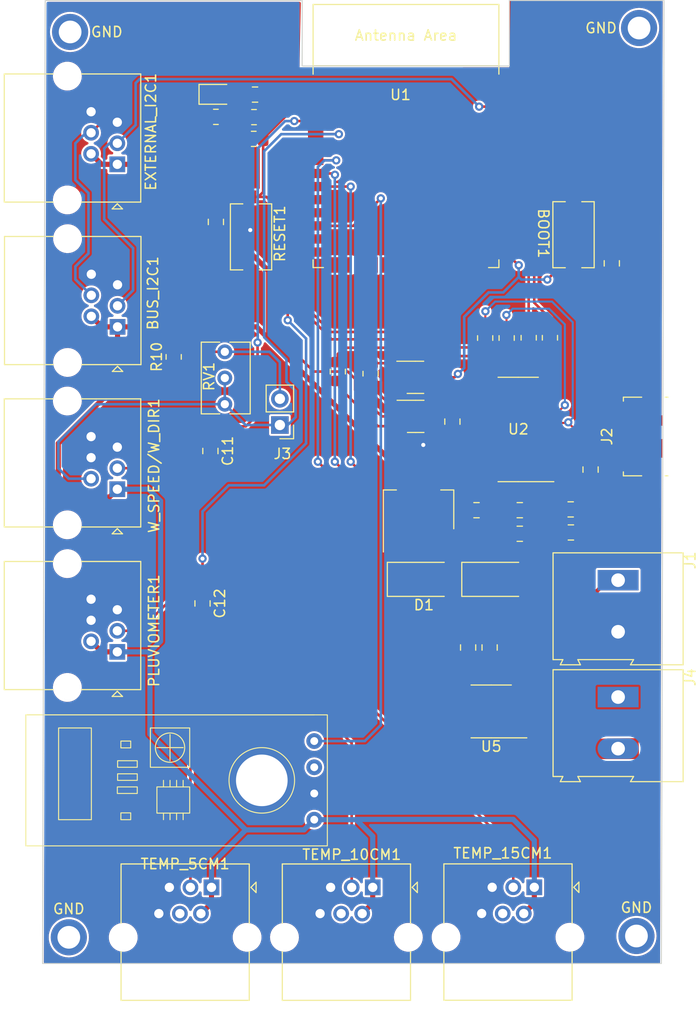
<source format=kicad_pcb>
(kicad_pcb (version 20221018) (generator pcbnew)
  (layers (0 "F.Cu" signal) (31 "B.Cu" signal) (34 "B.Paste" user) (35 "F.Paste" user) (36 "B.SilkS" user "B.Silkscreen") (37 "F.SilkS" user "F.Silkscreen") (38 "B.Mask" user) (39 "F.Mask" user) (44 "Edge.Cuts" user))
  (net 0 "")
  (net 1 "GND")
  (net 2 "Net-(U2-V3)")
  (net 3 "/+5V")
  (net 4 "/+3v3")
  (net 5 "/GPIO0")
  (net 6 "/CHIP_PU")
  (net 7 "/V_EXT")
  (net 8 "/VUSB")
  (net 9 "Net-(D3-A)")
  (net 10 "/D-")
  (net 11 "/D+")
  (net 13 "Net-(Q1-B)")
  (net 14 "/RST")
  (net 15 "Net-(Q2-B)")
  (net 16 "/DTR")
  (net 17 "Net-(U2-TXD)")
  (net 18 "/U0RXD")
  (net 19 "Net-(U2-RXD)")
  (net 20 "/U0TXD")
  (net 21 "Net-(U1-3V3)")
  (net 22 "/GPIO20")
  (net 23 "/GPIO19")
  (net 24 "/GPIO04")
  (net 25 "/GPIO05")
  (net 26 "/GPIO17")
  (net 27 "/GPIO18")
  (net 28 "/GPIO08")
  (net 29 "/GPIO03")
  (net 30 "/GPIO49")
  (net 31 "/GPIO09")
  (net 32 "/GPIO10")
  (net 33 "/GPIO11")
  (net 34 "/GPIO12")
  (net 35 "/GPIO13")
  (net 36 "/GPIO14")
  (net 37 "/GPIO21")
  (net 38 "/GPIO47")
  (net 39 "/GPIO48")
  (net 40 "/GPIO45")
  (net 41 "/GPIO35")
  (net 42 "/GPIO36")
  (net 43 "/GPIO37")
  (net 44 "/GPIO38")
  (net 45 "/GPIO39")
  (net 46 "/GPIO40")
  (net 47 "/GPIO41")
  (net 48 "/GPIO42")
  (net 49 "/GPIO02")
  (net 50 "/GPIO01")
  (net 59 "Net-(J3-Pin_2)")
  (net 60 "/DSB_SIGNAL01")
  (net 62 "/DSB_SIGNAL02")
  (net 64 "/DSB_SIGNAL03")
  (net 66 "/GPIO06")
  (net 67 "Net-(U5-FILTER)")
  (net 69 "/+P")
  (net 70 "/-P")
  (footprint "Package_TO_SOT_SMD:SOT-223-3_TabPin2" (layer "F.Cu") (at 105.8926 69.2912 90)
    (fp_text reference "U3" hide)
    (fp_text value "3v3 1A" hide)
  )
  (footprint "Diode_SMD:D_SMA" (layer "F.Cu") (at 113.5888 76.0476)
    (fp_text reference "D2" hide)
    (fp_text value "D_Schottky" hide)
  )
  (footprint "LED_SMD:LED_0805_2012Metric" (layer "F.Cu") (at 86.3092 29.0322)
    (fp_text reference "D3" hide)
    (fp_text value "RED_LED" hide)
  )
  (footprint "Resistor_SMD:R_0805_2012Metric" (layer "F.Cu") (at 82.169 54.483 90)
    (fp_text reference "R10")
    (fp_text value "20K")
  )
  (footprint "MountingHole:MountingHole_2.2mm_M2_ISO7380_Pad" (layer "F.Cu") (at 127 110.617)
    (fp_text reference "GND")
    (fp_text value "MountingHole_2.2mm_M2_ISO7380_Pad" hide)
  )
  (footprint "MountingHole:MountingHole_2.2mm_M2_ISO7380_Pad" (layer "F.Cu") (at 72.009 110.744)
    (fp_text reference "GND")
    (fp_text value "MountingHole_2.2mm_M2_ISO7380_Pad" hide)
  )
  (footprint "Connector_RJ:RJ25_Wayconn_MJEA-660X1_Horizontal" (layer "F.Cu") (at 76.708 83.074 -90)
    (fp_text reference "PLUVIOMETER1")
    (fp_text value "PLUVIOMETER")
  )
  (footprint "Capacitor_SMD:C_0805_2012Metric_Pad1.18x1.45mm_HandSolder" (layer "F.Cu") (at 124.6124 45.4152 -90)
    (fp_text reference "C6" hide)
    (fp_text value "0.1uF" hide)
  )
  (footprint "Connector_RJ:RJ25_Wayconn_MJEA-660X1_Horizontal" (layer "F.Cu") (at 85.831 105.904)
    (fp_text reference "TEMP_5CM1")
    (fp_text value "PLUVIOMETER")
  )
  (footprint "PCM_Espressif:ESP32-S3-WROOM-1" (layer "F.Cu") (at 104.6734 36.0748)
    (fp_text reference "U1")
    (fp_text value "ESP32-S3-WROOM-1")
  )
  (footprint "Capacitor_SMD:C_0805_2012Metric_Pad1.18x1.45mm_HandSolder" (layer "F.Cu") (at 90.0508 29.0576 180)
    (fp_text reference "C8" hide)
    (fp_text value "0.1uF" hide)
  )
  (footprint "ESTACION:SIG2991" (layer "F.Cu") (at 97.055 101.881 90)
    (fp_text reference "U4" hide)
    (fp_text value "~" hide)
  )
  (footprint "Resistor_SMD:R_0805_2012Metric" (layer "F.Cu") (at 118.618 52.6288 90)
    (fp_text reference "R2" hide)
    (fp_text value "1K" hide)
  )
  (footprint "Package_TO_SOT_SMD:SOT-23-3" (layer "F.Cu") (at 105.6132 60.2488)
    (fp_text reference "Q1" hide)
    (fp_text value "Q_NPN_BEC" hide)
  )
  (footprint "Button_Switch_SMD:SW_Tactile_SPST_NO_Straight_CK_PTS636Sx25SMTRLFS" (layer "F.Cu") (at 89.662 42.8498 90)
    (fp_text reference "RESET1")
    (fp_text value "RESET")
  )
  (footprint "Resistor_SMD:R_0805_2012Metric" (layer "F.Cu") (at 101.2444 56.1086 -90)
    (fp_text reference "R4" hide)
    (fp_text value "10K" hide)
  )
  (footprint "Connector_USB:USB_Micro-B_Molex_47346-0001" (layer "F.Cu") (at 127.444 62.2 90)
    (fp_text reference "J2")
    (fp_text value "USB_B_Micro" hide)
  )
  (footprint "MountingHole:MountingHole_2.2mm_M2_ISO7380_Pad" (layer "F.Cu") (at 72.136 22.987)
    (fp_text reference "GND")
    (fp_text value "MountingHole_2.2mm_M2_ISO7380_Pad" hide)
  )
  (footprint "Connector_RJ:RJ25_Wayconn_MJEA-660X1_Horizontal" (layer "F.Cu") (at 76.73 51.572 -90)
    (fp_text reference "BUS_I2C1")
    (fp_text value "SEN0501" hide)
  )
  (footprint "Resistor_SMD:R_0805_2012Metric" (layer "F.Cu") (at 114.427 52.6542 90)
    (fp_text reference "R9" hide)
    (fp_text value "0R" hide)
  )
  (footprint "Capacitor_SMD:C_0805_2012Metric_Pad1.18x1.45mm_HandSolder" (layer "F.Cu") (at 109.1692 60.7568 90)
    (fp_text reference "C7" hide)
    (fp_text value "0.1uF" hide)
  )
  (footprint "Button_Switch_SMD:SW_Tactile_SPST_NO_Straight_CK_PTS636Sx25SMTRLFS" (layer "F.Cu") (at 120.904 42.64 -90)
    (fp_text reference "BOOT1")
    (fp_text value "BOOT")
  )
  (footprint "Capacitor_SMD:C_0805_2012Metric_Pad1.18x1.45mm_HandSolder" (layer "F.Cu") (at 85.725 63.6055 -90)
    (fp_text reference "C11")
    (fp_text value "0.1uF")
  )
  (footprint "Connector_RJ:RJ25_Wayconn_MJEA-660X1_Horizontal" (layer "F.Cu") (at 101.452 105.904)
    (fp_text reference "TEMP_10CM1")
    (fp_text value "PLUVIOMETER")
  )
  (footprint "Resistor_SMD:R_0805_2012Metric" (layer "F.Cu") (at 98.0694 55.9054 90)
    (fp_text reference "R5" hide)
    (fp_text value "10K" hide)
  )
  (footprint "Connector_RJ:RJ25_Wayconn_MJEA-660X1_Horizontal" (layer "F.Cu") (at 76.708 67.31 -90)
    (fp_text reference "W_SPEED/W_DIR1")
    (fp_text value "WIND" hide)
  )
  (footprint "Package_SO:SOIC-16_3.9x9.9mm_P1.27mm" (layer "F.Cu") (at 115.5446 61.5188 180)
    (fp_text reference "U2")
    (fp_text value "CH340C" hide)
  )
  (footprint "Capacitor_SMD:C_0805_2012Metric_Pad1.18x1.45mm_HandSolder" (layer "F.Cu") (at 115.697 69.342 180)
    (fp_text reference "C4" hide)
    (fp_text value "0.1uF" hide)
  )
  (footprint "Connector_PinHeader_2.54mm:PinHeader_1x02_P2.54mm_Vertical" (layer "F.Cu") (at 92.456 61.087 180)
    (fp_text reference "J3")
    (fp_text value "CON TEST")
  )
  (footprint "Capacitor_SMD:C_0805_2012Metric_Pad1.18x1.45mm_HandSolder" (layer "F.Cu") (at 110.6932 82.6516 90)
    (fp_text reference "C13" hide)
    (fp_text value "0.1uF")
  )
  (footprint "Capacitor_SMD:C_0805_2012Metric_Pad1.18x1.45mm_HandSolder" (layer "F.Cu") (at 112.776 82.6516 -90)
    (fp_text reference "C14" hide)
    (fp_text value "1nF")
  )
  (footprint "Resistor_SMD:R_0805_2012Metric" (layer "F.Cu") (at 89.9238 33.3502 180)
    (fp_text reference "R7" hide)
    (fp_text value "10K" hide)
  )
  (footprint "Package_TO_SOT_SMD:SOT-23-3" (layer "F.Cu") (at 105.5878 56.4642)
    (fp_text reference "Q2" hide)
    (fp_text value "Q_NPN_BEC" hide)
  )
  (footprint "Resistor_SMD:R_0805_2012Metric" (layer "F.Cu") (at 86.2584 31.2166 180)
    (fp_text reference "R3" hide)
    (fp_text value "1K" hide)
  )
  (footprint "Capacitor_SMD:C_0805_2012Metric_Pad1.18x1.45mm_HandSolder" (layer "F.Cu") (at 120.65 71.501 180)
    (fp_text reference "C3" hide)
    (fp_text value "0.1uF" hide)
  )
  (footprint "Potentiometer_THT:Potentiometer_Bourns_3266Y_Vertical" (layer "F.Cu") (at 87.122 53.99 90)
    (fp_text reference "RV1")
    (fp_text value "5K")
  )
  (footprint "Resistor_SMD:R_0805_2012Metric" (layer "F.Cu") (at 112.3442 52.6542 90)
    (fp_text reference "R8" hide)
    (fp_text value "0R" hide)
  )
  (footprint "Resistor_SMD:R_0805_2012Metric" (layer "F.Cu") (at 116.5606 52.6288 90)
    (fp_text reference "R1" hide)
    (fp_text value "1K" hide)
  )
  (footprint "Resistor_SMD:R_0805_2012Metric" (layer "F.Cu") (at 89.9492 31.242)
    (fp_text reference "R6" hide)
    (fp_text value "0R" hide)
  )
  (footprint "Capacitor_SMD:C_0805_2012Metric_Pad1.18x1.45mm_HandSolder" (layer "F.Cu") (at 84.963 78.3805 -90)
    (fp_text reference "C12")
    (fp_text value "0.1uF")
  )
  (footprint "Diode_SMD:D_SMA" (layer "F.Cu") (at 106.3752 76.0476)
    (fp_text reference "D1")
    (fp_text value "D_Schottky" hide)
  )
  (footprint "MountingHole:MountingHole_2.2mm_M2_ISO7380_Pad" (layer "F.Cu") (at 127.254 22.606)
    (fp_text reference "GND")
    (fp_text value "MountingHole_2.2mm_M2_ISO7380_Pad" hide)
  )
  (footprint "Capacitor_SMD:C_0805_2012Metric_Pad1.18x1.45mm_HandSolder" (layer "F.Cu") (at 111.506 69.342)
    (fp_text reference "C9" hide)
    (fp_text value "10uF" hide)
  )
  (footprint "Capacitor_SMD:C_0805_2012Metric_Pad1.18x1.45mm_HandSolder" (layer "F.Cu") (at 120.6285 69.2658 180)
    (fp_text reference "C2" hide)
    (fp_text value "10uF" hide)
  )
  (footprint "Capacitor_SMD:C_0805_2012Metric_Pad1.18x1.45mm_HandSolder" (layer "F.Cu") (at 122.555 65.405 90)
    (fp_text reference "C1" hide)
    (fp_text value "0.1uF" hide)
  )
  (footprint "Package_SO:SOIC-8_3.9x4.9mm_P1.27mm" (layer "F.Cu") (at 112.9284 88.8492 180)
    (fp_text reference "U5")
    (fp_text value "ACS712")
  )
  (footprint "Connector_RJ:RJ25_Wayconn_MJEA-660X1_Horizontal" (layer "F.Cu") (at 117.104 105.896)
    (fp_text reference "TEMP_15CM1")
    (fp_text value "PLUVIOMETER")
  )
  (footprint "TerminalBlock:TerminalBlock_Altech_AK300-2_P5.00mm" (layer "F.Cu") (at 125.222 87.4558 -90)
    (fp_text reference "J4")
    (fp_text value "INPUT_EXT")
  )
  (footprint "Connector_RJ:RJ25_Wayconn_MJEA-660X1_Horizontal" (layer "F.Cu") (at 76.708 35.818 -90)
    (fp_text reference "EXTERNAL_I2C1")
    (fp_text value "EXTENDER I2C" hide)
  )
  (footprint "Capacitor_SMD:C_0805_2012Metric_Pad1.18x1.45mm_HandSolder" (layer "F.Cu") (at 115.697 71.628 180)
    (fp_text reference "C5" hide)
    (fp_text value "10uF" hide)
  )
  (footprint "TerminalBlock:TerminalBlock_Altech_AK300-2_P5.00mm" (layer "F.Cu") (at 125.222 76.1274 -90)
    (fp_text reference "J1")
    (fp_text value "INPUT_EXT" hide)
  )
  (footprint "Capacitor_SMD:C_0805_2012Metric_Pad1.18x1.45mm_HandSolder" (layer "F.Cu") (at 86.2584 41.402 90)
    (fp_text reference "C10" hide)
    (fp_text value "1uF" hide)
  )
  (gr_poly (pts (xy 69.723 19.939) (xy 94.615 19.939) (xy 94.615 26.289) (xy 114.681 26.289) (xy 114.681 19.939) (xy 129.667 19.939) (xy 129.413 113.284) (xy 69.469 113.284)) (stroke (width 0.1)) (fill none) (layer "Edge.Cuts"))
  (segment (start 74.168 77.974) (end 75.688 77.974) (width 0.25) (layer "F.Cu") (net 1))
  (segment (start 75.688 77.974) (end 76.708 78.994) (width 0.25) (layer "F.Cu") (net 1))
  (via (at 89.5858 42.1894) (size 0.8) (drill 0.4) (layers "F.Cu" "B.Cu") (net 1))
  (via (at 106.3498 63.0174) (size 0.8) (drill 0.4) (layers "F.Cu" "B.Cu") (net 1))
  (segment (start 118.0196 62.1538) (end 120.0912 62.1538) (width 0.25) (layer "F.Cu") (net 2))
  (segment (start 122.3049 64.3675) (end 122.555 64.3675) (width 0.25) (layer "F.Cu") (net 2))
  (segment (start 120.0912 62.1538) (end 122.3049 64.3675) (width 0.25) (layer "F.Cu") (net 2))
  (segment (start 107.3912 89.2048) (end 107.3912 82.4484) (width 0.6) (layer "F.Cu") (net 3))
  (segment (start 111.5888 78.0984) (end 111.5888 76.0476) (width 0.6) (layer "F.Cu") (net 3))
  (segment (start 110.6932 81.6141) (end 110.6932 78.994) (width 0.6) (layer "F.Cu") (net 3))
  (segment (start 108.9406 90.7542) (end 107.3912 89.2048) (width 0.6) (layer "F.Cu") (net 3))
  (segment (start 119.6125 69.2873) (end 119.591 69.2658) (width 0.5) (layer "F.Cu") (net 3))
  (segment (start 108.1926 72.4412) (end 108.7764 73.025) (width 0.5) (layer "F.Cu") (net 3))
  (segment (start 104.3752 80.3976) (end 105.5917 81.6141) (width 0.6) (layer "F.Cu") (net 3))
  (segment (start 118.364 73.3552) (end 119.6125 72.1067) (width 0.6) (layer "F.Cu") (net 3))
  (segment (start 104.394 76.0288) (end 104.394 74.93) (width 0.6) (layer "F.Cu") (net 3))
  (segment (start 107.3912 82.4484) (end 108.2255 81.6141) (width 0.6) (layer "F.Cu") (net 3))
  (segment (start 109.1066 73.3552) (end 118.364 73.3552) (width 0.6) (layer "F.Cu") (net 3))
  (segment (start 109.2415 81.6141) (end 110.6932 81.6141) (width 0.6) (layer "F.Cu") (net 3))
  (segment (start 110.4534 90.7542) (end 108.9406 90.7542) (width 0.6) (layer "F.Cu") (net 3))
  (segment (start 104.902 74.422) (end 107.3404 74.422) (width 0.6) (layer "F.Cu") (net 3))
  (segment (start 107.3404 74.422) (end 108.1926 73.5698) (width 0.6) (layer "F.Cu") (net 3))
  (segment (start 105.5917 81.6141) (end 109.2415 81.6141) (width 0.6) (layer "F.Cu") (net 3))
  (segment (start 104.3752 76.0476) (end 104.394 76.0288) (width 0.25) (layer "F.Cu") (net 3))
  (segment (start 119.6125 71.501) (end 119.6125 69.2873) (width 0.5) (layer "F.Cu") (net 3))
  (segment (start 104.3752 76.0476) (end 104.3752 80.3976) (width 0.6) (layer "F.Cu") (net 3))
  (segment (start 108.7764 73.025) (end 109.1066 73.3552) (width 0.6) (layer "F.Cu") (net 3))
  (segment (start 119.6125 72.1067) (end 119.6125 71.501) (width 0.6) (layer "F.Cu") (net 3))
  (segment (start 108.2255 81.6141) (end 109.2415 81.6141) (width 0.6) (layer "F.Cu") (net 3))
  (segment (start 110.6932 78.994) (end 111.5888 78.0984) (width 0.6) (layer "F.Cu") (net 3))
  (segment (start 104.394 74.93) (end 104.902 74.422) (width 0.6) (layer "F.Cu") (net 3))
  (segment (start 108.1926 73.5698) (end 108.1926 72.4412) (width 0.6) (layer "F.Cu") (net 3))
  (segment (start 116.084 108.436) (end 117.104 107.416) (width 0.5) (layer "F.Cu") (net 4))
  (segment (start 76.708 83.074) (end 75.188 83.074) (width 0.5) (layer "F.Cu") (net 4))
  (segment (start 76.708 35.818) (end 75.188 35.818) (width 0.5) (layer "F.Cu") (net 4))
  (segment (start 89.0113 33.3502) (end 89.0113 37.1505) (width 0.5) (layer "F.Cu") (net 4))
  (segment (start 112.5435 66.4899) (end 113.0696 65.9638) (width 0.3) (layer "F.Cu") (net 4))
  (segment (start 89.0367 31.242) (end 89.0367 33.3248) (width 0.5) (layer "F.Cu") (net 4))
  (segment (start 76.708 35.818) (end 82.046 35.818) (width 0.5) (layer "F.Cu") (net 4))
  (segment (start 105.8926 66.1412) (end 104.7746 66.1412) (width 0.25) (layer "F.Cu") (net 4))
  (segment (start 104.7746 66.1412) (end 91.3638 52.7304) (width 0.5) (layer "F.Cu") (net 4))
  (segment (start 82.046 35.818) (end 84.7852 38.5572) (width 0.5) (layer "F.Cu") (net 4))
  (segment (start 90.2054 51.572) (end 91.3638 52.7304) (width 0.5) (layer "F.Cu") (net 4))
  (segment (start 89.0113 37.1505) (end 88.1126 38.0492) (width 0.5) (layer "F.Cu") (net 4))
  (segment (start 89.0133 31.2186) (end 89.0367 31.242) (width 0.25) (layer "F.Cu") (net 4))
  (segment (start 112.5435 69.342) (end 114.6595 69.342) (width 0.5) (layer "F.Cu") (net 4))
  (segment (start 75.188 35.818) (end 74.168 34.798) (width 0.5) (layer "F.Cu") (net 4))
  (segment (start 75.946 68.072) (end 72.644 68.072) (width 0.5) (layer "F.Cu") (net 4))
  (segment (start 112.5435 69.342) (end 112.5435 66.4899) (width 0.3) (layer "F.Cu") (net 4))
  (segment (start 88.1126 38.0492) (end 85.2932 38.0492) (width 0.5) (layer "F.Cu") (net 4))
  (segment (start 84.7852 43.4086) (end 85.598 44.2214) (width 0.5) (layer "F.Cu") (net 4))
  (segment (start 75.188 83.074) (end 74.168 82.054) (width 0.5) (layer "F.Cu") (net 4))
  (segment (start 101.452 107.424) (end 101.452 105.904) (width 0.5) (layer "F.Cu") (net 4))
  (segment (start 114.6595 71.628) (end 114.6595 69.342) (width 0.5) (layer "F.Cu") (net 4))
  (segment (start 85.598 44.2214) (end 89.4334 44.2214) (width 0.5) (layer "F.Cu") (net 4))
  (segment (start 76.708 67.31) (end 75.946 68.072) (width 0.5) (layer "F.Cu") (net 4))
  (segment (start 89.4334 44.2214) (end 91.3638 46.1518) (width 0.5) (layer "F.Cu") (net 4))
  (segment (start 76.73 51.572) (end 90.2054 51.572) (width 0.5) (layer "F.Cu") (net 4))
  (segment (start 89.0133 29.0576) (end 89.0133 31.2186) (width 0.5) (layer "F.Cu") (net 4))
  (segment (start 85.831 107.424) (end 85.831 105.904) (width 0.5) (layer "F.Cu") (net 4))
  (segment (start 105.8926 72.4412) (end 105.8926 66.1412) (width 0.25) (layer "F.Cu") (net 4))
  (segment (start 76.73 57.128) (end 76.73 51.572) (width 0.5) (layer "F.Cu") (net 4))
  (segment (start 100.432 108.444) (end 101.452 107.424) (width 0.5) (layer "F.Cu") (net 4))
  (segment (start 113.0188 65.913) (end 113.0696 65.9638) (width 0.25) (layer "F.Cu") (net 4))
  (segment (start 80.1705 51.572) (end 76.73 51.572) (width 0.25) (layer "F.Cu") (net 4))
  (segment (start 110.998 65.913) (end 113.0188 65.913) (width 0.3) (layer "F.Cu") (net 4))
  (segment (start 75.21 51.572) (end 74.19 50.552) (width 0.5) (layer "F.Cu") (net 4))
  (segment (start 82.169 53.5705) (end 80.1705 51.572) (width 0.25) (layer "F.Cu") (net 4))
  (segment (start 105.8926 66.1412) (end 110.7698 66.1412) (width 0.3) (layer "F.Cu") (net 4))
  (segment (start 110.7698 66.1412) (end 110.998 65.913) (width 0.3) (layer "F.Cu") (net 4))
  (segment (start 84.811 108.444) (end 85.831 107.424) (width 0.5) (layer "F.Cu") (net 4))
  (segment (start 84.7852 38.5572) (end 84.7852 43.4086) (width 0.5) (layer "F.Cu") (net 4))
  (segment (start 70.993 66.421) (end 70.993 62.865) (width 0.5) (layer "F.Cu") (net 4))
  (segment (start 76.73 51.572) (end 75.21 51.572) (width 0.5) (layer "F.Cu") (net 4))
  (segment (start 89.0367 33.3248) (end 89.0113 33.3502) (width 0.25) (layer "F.Cu") (net 4))
  (segment (start 117.104 107.416) (end 117.104 105.896) (width 0.5) (layer "F.Cu") (net 4))
  (segment (start 70.993 62.865) (end 76.73 57.128) (width 0.5) (layer "F.Cu") (net 4))
  (segment (start 72.644 68.072) (end 70.993 66.421) (width 0.5) (layer "F.Cu") (net 4))
  (segment (start 91.3638 46.1518) (end 91.3638 52.7304) (width 0.5) (layer "F.Cu") (net 4))
  (segment (start 85.2932 38.0492) (end 84.7852 38.5572) (width 0.5) (layer "F.Cu") (net 4))
  (segment (start 79.867 91.043) (end 89.154 100.33) (width 0.5) (layer "B.Cu") (net 4))
  (segment (start 99.849 99.341) (end 95.785 99.341) (width 0.5) (layer "B.Cu") (net 4))
  (segment (start 79.756 67.31) (end 76.708 67.31) (width 0.5) (layer "B.Cu") (net 4))
  (segment (start 99.849 99.341) (end 99.876 99.314) (width 0.25) (layer "B.Cu") (net 4))
  (segment (start 76.708 83.074) (end 79.867 83.074) (width 0.5) (layer "B.Cu") (net 4))
  (segment (start 79.867 83.074) (end 79.867 91.043) (width 0.5) (layer "B.Cu") (net 4))
  (segment (start 89.154 100.33) (end 94.796 100.33) (width 0.5) (layer "B.Cu") (net 4))
  (segment (start 79.867 83.074) (end 80.899 82.042) (width 0.5) (layer "B.Cu") (net 4))
  (segment (start 80.899 68.453) (end 79.756 67.31) (width 0.5) (layer "B.Cu") (net 4))
  (segment (start 94.796 100.33) (end 95.785 99.341) (width 0.5) (layer "B.Cu") (net 4))
  (segment (start 101.452 100.944) (end 99.849 99.341) (width 0.5) (layer "B.Cu") (net 4))
  (segment (start 117.104 101.356) (end 117.104 105.896) (width 0.5) (layer "B.Cu") (net 4))
  (segment (start 99.876 99.314) (end 115.062 99.314) (width 0.5) (layer "B.Cu") (net 4))
  (segment (start 115.062 99.314) (end 117.104 101.356) (width 0.5) (layer "B.Cu") (net 4))
  (segment (start 80.899 82.042) (end 80.899 68.453) (width 0.5) (layer "B.Cu") (net 4))
  (segment (start 101.452 105.904) (end 101.452 100.944) (width 0.5) (layer "B.Cu") (net 4))
  (segment (start 85.831 105.904) (end 85.831 103.653) (width 0.5) (layer "B.Cu") (net 4))
  (segment (start 85.831 103.653) (end 89.154 100.33) (width 0.5) (layer "B.Cu") (net 4))
  (segment (start 115.5954 45.6184) (end 115.57 45.593) (width 0.25) (layer "F.Cu") (net 5))
  (segment (start 113.4234 44.3248) (end 114.3018 44.3248) (width 0.25) (layer "F.Cu") (net 5))
  (segment (start 115.5954 45.593) (end 115.5954 45.6184) (width 0.25) (layer "F.Cu") (net 5))
  (segment (start 124.5323 46.5328) (end 124.6124 46.4527) (width 0.25) (layer "F.Cu") (net 5))
  (segment (start 115.57 45.593) (end 115.5954 45.593) (width 0.25) (layer "F.Cu") (net 5))
  (segment (start 109.3724 56.4642) (end 106.7253 56.4642) (width 0.25) (layer "F.Cu") (net 5))
  (segment (start 118.8212 46.5328) (end 124.5323 46.5328) (width 0.25) (layer "F.Cu") (net 5))
  (segment (start 114.3018 44.3248) (end 115.57 45.593) (width 0.25) (layer "F.Cu") (net 5))
  (segment (start 118.364 46.99) (end 118.8212 46.5328) (width 0.25) (layer "F.Cu") (net 5))
  (segment (start 109.7026 56.134) (end 109.3724 56.4642) (width 0.25) (layer "F.Cu") (net 5))
  (via (at 115.5954 45.593) (size 0.8) (drill 0.4) (layers "F.Cu" "B.Cu") (net 5))
  (via (at 118.364 46.99) (size 0.8) (drill 0.4) (layers "F.Cu" "B.Cu") (net 5))
  (via (at 109.7026 56.134) (size 0.8) (drill 0.4) (layers "F.Cu" "B.Cu") (net 5))
  (segment (start 112.6744 48.2346) (end 114.0968 48.2346) (width 0.25) (layer "B.Cu") (net 5))
  (segment (start 114.0968 48.2346) (end 115.5954 46.736) (width 0.25) (layer "B.Cu") (net 5))
  (segment (start 115.5954 46.736) (end 115.5954 45.593) (width 0.25) (layer "B.Cu") (net 5))
  (segment (start 109.7026 56.134) (end 109.728 56.134) (width 0.25) (layer "B.Cu") (net 5))
  (segment (start 118.364 46.99) (end 115.8494 46.99) (width 0.25) (layer "B.Cu") (net 5))
  (segment (start 110.3122 55.5498) (end 110.3122 50.5968) (width 0.25) (layer "B.Cu") (net 5))
  (segment (start 115.8494 46.99) (end 115.5954 46.736) (width 0.25) (layer "B.Cu") (net 5))
  (segment (start 110.3122 50.5968) (end 112.6744 48.2346) (width 0.25) (layer "B.Cu") (net 5))
  (segment (start 109.728 56.134) (end 110.3122 55.5498) (width 0.25) (layer "B.Cu") (net 5))
  (segment (start 92.202 52.3748) (end 95.7326 55.9054) (width 0.25) (layer "F.Cu") (net 6))
  (segment (start 90.8363 38.5005) (end 90.8363 33.3502) (width 0.25) (layer "F.Cu") (net 6))
  (segment (start 109.1692 59.7193) (end 109.6225 59.7193) (width 0.25) (layer "F.Cu") (net 6))
  (segment (start 99.7458 57.6834) (end 102.3112 60.2488) (width 0.25) (layer "F.Cu") (net 6))
  (segment (start 90.8363 33.0416) (end 90.8363 33.3502) (width 0.25) (layer "F.Cu") (net 6))
  (segment (start 90.8363 33.3502) (end 90.8363 33.2505) (width 0.25) (layer "F.Cu") (net 6))
  (segment (start 90.9301 33.2505) (end 93.8258 30.3548) (width 0.25) (layer "F.Cu") (net 6))
  (segment (start 86.614 40.3645) (end 88.0037 38.9748) (width 0.25) (layer "F.Cu") (net 6))
  (segment (start 95.7326 55.9054) (end 99.0346 55.9054) (width 0.25) (layer "F.Cu") (net 6))
  (segment (start 99.0346 55.9054) (end 99.7458 56.6166) (width 0.25) (layer "F.Cu") (net 6))
  (segment (start 91.1464 38.9748) (end 92.202 40.0304) (width 0.25) (layer "F.Cu") (net 6))
  (segment (start 106.7507 60.2488) (end 108.6397 60.2488) (width 0.25) (layer "F.Cu") (net 6))
  (segment (start 90.362 38.9748) (end 90.8363 38.5005) (width 0.25) (layer "F.Cu") (net 6))
  (segment (start 88.0037 38.9748) (end 89.9238 38.9748) (width 0.25) (layer "F.Cu") (net 6))
  (segment (start 93.8258 30.3548) (end 95.9234 30.3548) (width 0.25) (layer "F.Cu") (net 6))
  (segment (start 99.7458 56.6166) (end 99.7458 57.6834) (width 0.25) (layer "F.Cu") (net 6))
  (segment (start 89.9238 38.9748) (end 90.362 38.9748) (width 0.25) (layer "F.Cu") (net 6))
  (segment (start 102.3112 60.2488) (end 106.7507 60.2488) (width 0.25) (layer "F.Cu") (net 6))
  (segment (start 108.6397 60.2488) (end 109.1692 59.7193) (width 0.25) (layer "F.Cu") (net 6))
  (segment (start 92.202 40.0304) (end 92.202 52.3748) (width 0.25) (layer "F.Cu") (net 6))
  (segment (start 89.9238 38.9748) (end 91.1464 38.9748) (width 0.25) (layer "F.Cu") (net 6))
  (segment (start 108.3752 76.0476) (end 108.3752 74.9112) (width 0.4) (layer "F.Cu") (net 7))
  (segment (start 113.4364 74.7776) (end 113.4364 78.0288) (width 0.4) (layer "F.Cu") (net 7))
  (segment (start 121.9708 78.3844) (end 124.2278 76.1274) (width 0.4) (layer "F.Cu") (net 7))
  (segment (start 113.4364 78.0288) (end 113.792 78.3844) (width 0.4) (layer "F.Cu") (net 7))
  (segment (start 113.792 78.3844) (end 121.9708 78.3844) (width 0.4) (layer "F.Cu") (net 7))
  (segment (start 124.2278 76.1274) (end 125.222 76.1274) (width 0.25) (layer "F.Cu") (net 7))
  (segment (start 109.0676 74.2188) (end 112.8776 74.2188) (width 0.4) (layer "F.Cu") (net 7))
  (segment (start 108.3752 74.9112) (end 109.0676 74.2188) (width 0.4) (layer "F.Cu") (net 7))
  (segment (start 112.8776 74.2188) (end 113.4364 74.7776) (width 0.4) (layer "F.Cu") (net 7))
  (segment (start 115.5888 76.0476) (end 121.0564 76.0476) (width 0.4) (layer "F.Cu") (net 8))
  (segment (start 124.0536 73.0504) (end 124.0536 64.3304) (width 0.4) (layer "F.Cu") (net 8))
  (segment (start 124.0536 64.3304) (end 124.587 63.797) (width 0.4) (layer "F.Cu") (net 8))
  (segment (start 125.984 63.5) (end 124.884 63.5) (width 0.4) (layer "F.Cu") (net 8))
  (segment (start 124.587 63.797) (end 124.884 63.5) (width 0.4) (layer "F.Cu") (net 8))
  (segment (start 121.0564 76.0476) (end 124.0536 73.0504) (width 0.4) (layer "F.Cu") (net 8))
  (segment (start 85.3459 31.2166) (end 85.3459 31.1893) (width 0.25) (layer "F.Cu") (net 9))
  (segment (start 85.3459 31.1893) (end 87.2467 29.2885) (width 0.25) (layer "F.Cu") (net 9))
  (segment (start 87.2467 29.2885) (end 87.2467 29.0322) (width 0.25) (layer "F.Cu") (net 9))
  (segment (start 116.5352 61.087) (end 116.967 61.5188) (width 0.2) (layer "F.Cu") (net 10))
  (segment (start 118.0196 59.6138) (end 117.0178 59.6138) (width 0.2) (layer "F.Cu") (net 10))
  (segment (start 119.6086 59.6138) (end 118.0196 59.6138) (width 0.2) (layer "F.Cu") (net 10))
  (segment (start 116.5352 60.0964) (end 116.5352 61.087) (width 0.2) (layer "F.Cu") (net 10))
  (segment (start 121.666 62.865) (end 125.969 62.865) (width 0.2) (layer "F.Cu") (net 10))
  (segment (start 116.967 61.5188) (end 120.3198 61.5188) (width 0.2) (layer "F.Cu") (net 10))
  (segment (start 120.0404 59.182) (end 120.0658 59.1566) (width 0.2) (layer "F.Cu") (net 10))
  (segment (start 114.4016 50.419) (end 114.427 50.5206) (width 0.2) (layer "F.Cu") (net 10))
  (segment (start 120.3198 61.5188) (end 121.666 62.865) (width 0.2) (layer "F.Cu") (net 10))
  (segment (start 120.0658 59.1566) (end 119.6086 59.6138) (width 0.2) (layer "F.Cu") (net 10))
  (segment (start 114.427 51.7417) (end 114.4016 50.419) (width 0.2) (layer "F.Cu") (net 10))
  (segment (start 117.0178 59.6138) (end 116.5352 60.0964) (width 0.2) (layer "F.Cu") (net 10))
  (via (at 120.0658 59.1566) (size 0.8) (drill 0.4) (layers "F.Cu" "B.Cu") (net 10))
  (via (at 114.4016 50.419) (size 0.8) (drill 0.4) (layers "F.Cu" "B.Cu") (net 10))
  (segment (start 118.5418 49.8094) (end 120.0658 51.3334) (width 0.2) (layer "B.Cu") (net 10))
  (segment (start 114.4016 50.419) (end 115.0112 49.8094) (width 0.2) (layer "B.Cu") (net 10))
  (segment (start 120.0658 51.3334) (end 120.0658 59.1058) (width 0.2) (layer "B.Cu") (net 10))
  (segment (start 115.0112 49.8094) (end 118.5418 49.8094) (width 0.2) (layer "B.Cu") (net 10))
  (segment (start 118.0196 60.8838) (end 120.4214 60.8838) (width 0.2) (layer "F.Cu") (net 11))
  (segment (start 121.7376 62.2) (end 125.984 62.2) (width 0.2) (layer "F.Cu") (net 11))
  (segment (start 120.4214 60.8838) (end 121.7376 62.2) (width 0.2) (layer "F.Cu") (net 11))
  (segment (start 112.3442 51.7417) (end 112.3696 50.0634) (width 0.2) (layer "F.Cu") (net 11))
  (segment (start 112.3696 50.0634) (end 112.3442 50.1396) (width 0.2) (layer "F.Cu") (net 11))
  (via (at 120.397047 60.823578) (size 0.8) (drill 0.4) (layers "F.Cu" "B.Cu") (net 11))
  (via (at 112.3696 50.0634) (size 0.8) (drill 0.4) (layers "F.Cu" "B.Cu") (net 11))
  (segment (start 120.8278 60.392825) (end 120.8278 51.1302) (width 0.2) (layer "B.Cu") (net 11))
  (segment (start 113.3094 49.1236) (end 112.3696 50.0634) (width 0.2) (layer "B.Cu") (net 11))
  (segment (start 120.397047 60.823578) (end 120.411978 60.823578) (width 0.2) (layer "B.Cu") (net 11))
  (segment (start 120.8278 51.1302) (end 118.8212 49.1236) (width 0.2) (layer "B.Cu") (net 11))
  (segment (start 118.8212 49.1236) (end 113.3094 49.1236) (width 0.2) (layer "B.Cu") (net 11))
  (segment (start 120.397047 60.823578) (end 120.8278 60.392825) (width 0.2) (layer "B.Cu") (net 11))
  (segment (start 102.0318 56.9195) (end 102.0318 58.039) (width 0.25) (layer "F.Cu") (net 13))
  (segment (start 102.0318 58.039) (end 103.2916 59.2988) (width 0.25) (layer "F.Cu") (net 13))
  (segment (start 103.2916 59.2988) (end 104.4757 59.2988) (width 0.25) (layer "F.Cu") (net 13))
  (segment (start 104.4757 63.5563) (end 105.5438 64.6244) (width 0.25) (layer "F.Cu") (net 14))
  (segment (start 104.4757 61.1988) (end 104.4757 63.5563) (width 0.25) (layer "F.Cu") (net 14))
  (segment (start 98.2218 56.8179) (end 98.2218 57.4548) (width 0.25) (layer "F.Cu") (net 14))
  (segment (start 105.5438 64.6244) (end 106.231396 64.6244) (width 0.25) (layer "F.Cu") (net 14))
  (segment (start 110.9218 64.6684) (end 112.1664 63.4238) (width 0.25) (layer "F.Cu") (net 14))
  (segment (start 112.1664 63.4238) (end 113.0696 63.4238) (width 0.25) (layer "F.Cu") (net 14))
  (segment (start 98.2218 57.4548) (end 101.9658 61.1988) (width 0.25) (layer "F.Cu") (net 14))
  (segment (start 106.275396 64.6684) (end 110.9218 64.6684) (width 0.25) (layer "F.Cu") (net 14))
  (segment (start 106.231396 64.6244) (end 106.275396 64.6684) (width 0.25) (layer "F.Cu") (net 14))
  (segment (start 101.9658 61.1988) (end 104.4757 61.1988) (width 0.25) (layer "F.Cu") (net 14))
  (segment (start 98.679 53.594) (end 103.4542 53.594) (width 0.25) (layer "F.Cu") (net 15))
  (segment (start 98.0694 54.9929) (end 98.0694 54.2036) (width 0.25) (layer "F.Cu") (net 15))
  (segment (start 104.4503 54.5901) (end 104.4503 55.5142) (width 0.25) (layer "F.Cu") (net 15))
  (segment (start 103.4542 53.594) (end 104.4503 54.5901) (width 0.25) (layer "F.Cu") (net 15))
  (segment (start 98.0694 54.2036) (end 98.679 53.594) (width 0.25) (layer "F.Cu") (net 15))
  (segment (start 102.5925 55.0945) (end 104.4503 56.9523) (width 0.25) (layer "F.Cu") (net 16))
  (segment (start 111.6838 62.1538) (end 113.0696 62.1538) (width 0.25) (layer "F.Cu") (net 16))
  (segment (start 104.4503 56.9523) (end 104.4503 57.4142) (width 0.25) (layer "F.Cu") (net 16))
  (segment (start 104.4503 57.4142) (end 109.5858 57.4142) (width 0.25) (layer "F.Cu") (net 16))
  (segment (start 110.9218 58.7502) (end 110.9218 61.3918) (width 0.25) (layer "F.Cu") (net 16))
  (segment (start 110.9218 61.3918) (end 111.6838 62.1538) (width 0.25) (layer "F.Cu") (net 16))
  (segment (start 102.0318 55.0945) (end 102.5925 55.0945) (width 0.25) (layer "F.Cu") (net 16))
  (segment (start 109.5858 57.4142) (end 110.9218 58.7502) (width 0.25) (layer "F.Cu") (net 16))
  (segment (start 114.935 59.3344) (end 116.0272 58.2422) (width 0.25) (layer "F.Cu") (net 17))
  (segment (start 118.0196 64.6938) (end 116.3828 64.6938) (width 0.25) (layer "F.Cu") (net 17))
  (segment (start 116.5606 55.8292) (end 116.5606 53.5413) (width 0.25) (layer "F.Cu") (net 17))
  (segment (start 114.935 63.246) (end 114.935 59.3344) (width 0.25) (layer "F.Cu") (net 17))
  (segment (start 116.3828 64.6938) (end 114.935 63.246) (width 0.25) (layer "F.Cu") (net 17))
  (segment (start 116.0272 58.2422) (end 116.0272 56.3626) (width 0.25) (layer "F.Cu") (net 17))
  (segment (start 116.0272 56.3626) (end 116.5606 55.8292) (width 0.25) (layer "F.Cu") (net 17))
  (segment (start 116.6386 32.8948) (end 113.4234 32.8948) (width 0.25) (layer "F.Cu") (net 18))
  (segment (start 116.5606 51.7163) (end 116.5606 45.6946) (width 0.25) (layer "F.Cu") (net 18))
  (segment (start 117.4496 44.8056) (end 117.4496 33.7058) (width 0.25) (layer "F.Cu") (net 18))
  (segment (start 117.4496 33.7058) (end 116.6386 32.8948) (width 0.25) (layer "F.Cu") (net 18))
  (segment (start 116.5606 45.6946) (end 117.4496 44.8056) (width 0.25) (layer "F.Cu") (net 18))
  (segment (start 116.6114 58.3946) (end 116.6114 56.6928) (width 0.25) (layer "F.Cu") (net 19))
  (segment (start 118.0196 63.4238) (end 116.459 63.4238) (width 0.25) (layer "F.Cu") (net 19))
  (segment (start 115.7224 59.2836) (end 116.6114 58.3946) (width 0.25) (layer "F.Cu") (net 19))
  (segment (start 118.618 54.6862) (end 118.618 53.5413) (width 0.25) (layer "F.Cu") (net 19))
  (segment (start 115.7224 62.6872) (end 115.7224 59.2836) (width 0.25) (layer "F.Cu") (net 19))
  (segment (start 118.5418 53.6175) (end 118.618 53.5413) (width 0.25) (layer "F.Cu") (net 19))
  (segment (start 116.459 63.4238) (end 115.7224 62.6872) (width 0.25) (layer "F.Cu") (net 19))
  (segment (start 116.6114 56.6928) (end 118.618 54.6862) (width 0.25) (layer "F.Cu") (net 19))
  (segment (start 117.094 49.2252) (end 117.094 45.8978) (width 0.25) (layer "F.Cu") (net 20))
  (segment (start 117.9576 45.0342) (end 117.9576 33.2486) (width 0.25) (layer "F.Cu") (net 20))
  (segment (start 117.9576 33.2486) (end 116.3338 31.6248) (width 0.25) (layer "F.Cu") (net 20))
  (segment (start 116.3338 31.6248) (end 113.4234 31.6248) (width 0.25) (layer "F.Cu") (net 20))
  (segment (start 118.618 50.7492) (end 117.094 49.2252) (width 0.25) (layer "F.Cu") (net 20))
  (segment (start 117.094 45.8978) (end 117.9576 45.0342) (width 0.25) (layer "F.Cu") (net 20))
  (segment (start 118.618 51.7163) (end 118.618 50.7492) (width 0.25) (layer "F.Cu") (net 20))
  (segment (start 93.902 29.0848) (end 95.9234 29.0848) (width 0.25) (layer "F.Cu") (net 21))
  (segment (start 91.7448 31.242) (end 93.902 29.0848) (width 0.25) (layer "F.Cu") (net 21))
  (segment (start 90.8617 31.242) (end 91.651 31.242) (width 0.25) (layer "F.Cu") (net 21))
  (segment (start 97.409 52.07) (end 95.1738 49.8348) (width 0.25) (layer "F.Cu") (net 22))
  (segment (start 107.7449 53.5667) (end 106.2482 52.07) (width 0.25) (layer "F.Cu") (net 22))
  (segment (start 95.1738 49.8348) (end 95.1738 45.0744) (width 0.25) (layer "F.Cu") (net 22))
  (segment (start 95.1738 45.0744) (end 95.9234 44.3248) (width 0.25) (layer "F.Cu") (net 22))
  (segment (start 106.2482 52.07) (end 97.409 52.07) (width 0.25) (layer "F.Cu") (net 22))
  (segment (start 112.3442 53.5667) (end 107.7449 53.5667) (width 0.25) (layer "F.Cu") (net 22))
  (segment (start 94.615 43.7134) (end 95.2736 43.0548) (width 0.25) (layer "F.Cu") (net 23))
  (segment (start 106.0196 52.7812) (end 97.483804 52.7812) (width 0.25) (layer "F.Cu") (net 23))
  (segment (start 107.6426 54.4042) (end 106.0196 52.7812) (width 0.25) (layer "F.Cu") (net 23))
  (segment (start 113.5895 54.4042) (end 107.6426 54.4042) (width 0.25) (layer "F.Cu") (net 23))
  (segment (start 95.2736 43.0548) (end 95.9234 43.0548) (width 0.25) (layer "F.Cu") (net 23))
  (segment (start 114.427 53.5667) (end 113.5895 54.4042) (width 0.25) (layer "F.Cu") (net 23))
  (segment (start 97.483804 52.7812) (end 94.615 49.912396) (width 0.25) (layer "F.Cu") (net 23))
  (segment (start 94.615 49.912396) (end 94.615 43.7134) (width 0.25) (layer "F.Cu") (net 23))
  (segment (start 89.154 61.214) (end 84.455 61.214) (width 0.25) (layer "F.Cu") (net 24))
  (segment (start 93.853 31.623) (end 95.9216 31.623) (width 0.25) (layer "F.Cu") (net 24))
  (segment (start 90.297 53.086) (end 90.297 60.071) (width 0.25) (layer "F.Cu") (net 24))
  (segment (start 78.859 65.27) (end 76.708 65.27) (width 0.25) (layer "F.Cu") (net 24))
  (segment (start 78.867 65.278) (end 78.859 65.27) (width 0.25) (layer "F.Cu") (net 24))
  (segment (start 84.455 61.214) (end 82.931 61.214) (width 0.25) (layer "F.Cu") (net 24))
  (segment (start 85.725 62.484) (end 84.455 61.214) (width 0.25) (layer "F.Cu") (net 24))
  (segment (start 82.931 61.214) (end 78.867 65.278) (width 0.25) (layer "F.Cu") (net 24))
  (segment (start 95.9216 31.623) (end 95.9234 31.6248) (width 0.25) (layer "F.Cu") (net 24))
  (segment (start 85.725 62.568) (end 85.725 62.484) (width 0.25) (layer "F.Cu") (net 24))
  (segment (start 90.297 60.071) (end 89.154 61.214) (width 0.25) (layer "F.Cu") (net 24))
  (via (at 93.853 31.623) (size 0.8) (drill 0.4) (layers "F.Cu" "B.Cu") (net 24))
  (via (at 90.297 53.086) (size 0.8) (drill 0.4) (layers "F.Cu" "B.Cu") (net 24))
  (segment (start 92.964 31.623) (end 93.853 31.623) (width 0.25) (layer "B.Cu") (net 24))
  (segment (start 90.3108 34.2762) (end 92.964 31.623) (width 0.25) (layer "B.Cu") (net 24))
  (segment (start 90.297 53.086) (end 90.3108 53.0722) (width 0.25) (layer "B.Cu") (net 24))
  (segment (start 90.3108 53.0722) (end 90.3108 34.2762) (width 0.25) (layer "B.Cu") (net 24))
  (segment (start 95.9252 32.893) (end 95.9234 32.8948) (width 0.25) (layer "F.Cu") (net 25))
  (segment (start 98.171 32.893) (end 95.9252 32.893) (width 0.25) (layer "F.Cu") (net 25))
  (via (at 98.171 32.893) (size 0.8) (drill 0.4) (layers "F.Cu" "B.Cu") (net 25))
  (segment (start 90.932 34.544) (end 92.583 32.893) (width 0.25) (layer "B.Cu") (net 25))
  (segment (start 89.139 61.087) (end 87.122 59.07) (width 0.25) (layer "B.Cu") (net 25))
  (segment (start 74.661 59.07) (end 87.122 59.07) (width 0.25) (layer "B.Cu") (net 25))
  (segment (start 93.091 54.737) (end 90.932 52.578) (width 0.25) (layer "B.Cu") (net 25))
  (segment (start 92.583 32.893) (end 98.171 32.893) (width 0.25) (layer "B.Cu") (net 25))
  (segment (start 93.218 61.087) (end 93.98 60.325) (width 0.25) (layer "B.Cu") (net 25))
  (segment (start 92.456 61.087) (end 89.139 61.087) (width 0.25) (layer "B.Cu") (net 25))
  (segment (start 93.091 56.896) (end 93.091 54.737) (width 0.25) (layer "B.Cu") (net 25))
  (segment (start 74.168 66.29) (end 72.005 66.29) (width 0.25) (layer "B.Cu") (net 25))
  (segment (start 70.993 62.738) (end 74.661 59.07) (width 0.25) (layer "B.Cu") (net 25))
  (segment (start 93.98 57.785) (end 93.091 56.896) (width 0.25) (layer "B.Cu") (net 25))
  (segment (start 90.932 52.578) (end 90.932 34.544) (width 0.25) (layer "B.Cu") (net 25))
  (segment (start 93.98 60.325) (end 93.98 57.785) (width 0.25) (layer "B.Cu") (net 25))
  (segment (start 87.122 56.53) (end 87.122 59.07) (width 0.25) (layer "B.Cu") (net 25))
  (segment (start 72.005 66.29) (end 70.993 65.278) (width 0.25) (layer "B.Cu") (net 25))
  (segment (start 70.993 65.278) (end 70.993 62.738) (width 0.25) (layer "B.Cu") (net 25))
  (segment (start 92.456 61.087) (end 93.218 61.087) (width 0.25) (layer "B.Cu") (net 25))
  (segment (start 99.5662 41.7848) (end 102.235 39.116) (width 0.25) (layer "F.Cu") (net 28))
  (segment (start 95.9234 41.7848) (end 99.5662 41.7848) (width 0.25) (layer "F.Cu") (net 28))
  (via (at 102.235 39.116) (size 0.8) (drill 0.4) (layers "F.Cu" "B.Cu") (net 28))
  (segment (start 100.684 91.721) (end 95.785 91.721) (width 0.25) (layer "B.Cu") (net 28))
  (segment (start 102.235 39.116) (end 102.235 90.17) (width 0.25) (layer "B.Cu") (net 28))
  (segment (start 102.235 90.17) (end 100.684 91.721) (width 0.25) (layer "B.Cu") (net 28))
  (segment (start 113.2946 30.226) (end 113.4234 30.3548) (width 0.25) (layer "F.Cu") (net 49))
  (segment (start 111.76 30.226) (end 113.2946 30.226) (width 0.25) (layer "F.Cu") (net 49))
  (via (at 111.76 30.226) (size 0.8) (drill 0.4) (layers "F.Cu" "B.Cu") (net 49))
  (segment (start 78.232 48.03) (end 76.73 49.532) (width 0.25) (layer "B.Cu") (net 49))
  (segment (start 75.438 41.148) (end 78.232 43.942) (width 0.25) (layer "B.Cu") (net 49))
  (segment (start 78.232 43.942) (end 78.232 48.03) (width 0.25) (layer "B.Cu") (net 49))
  (segment (start 76.708 33.778) (end 75.95 33.778) (width 0.25) (layer "B.Cu") (net 49))
  (segment (start 76.708 33.778) (end 78.486 32) (width 0.25) (layer "B.Cu") (net 49))
  (segment (start 75.95 33.778) (end 75.438 34.29) (width 0.25) (layer "B.Cu") (net 49))
  (segment (start 78.867 27.559) (end 109.093 27.559) (width 0.25) (layer "B.Cu") (net 49))
  (segment (start 109.093 27.559) (end 111.76 30.226) (width 0.25) (layer "B.Cu") (net 49))
  (segment (start 78.486 27.94) (end 78.867 27.559) (width 0.25) (layer "B.Cu") (net 49))
  (segment (start 75.438 34.29) (end 75.438 41.148) (width 0.25) (layer "B.Cu") (net 49))
  (segment (start 78.486 32) (end 78.486 27.94) (width 0.25) (layer "B.Cu") (net 49))
  (segment (start 75.438 31.488) (end 75.438 28.823395) (width 0.25) (layer "F.Cu") (net 50))
  (segment (start 109.855 26.797) (end 112.1428 29.0848) (width 0.25) (layer "F.Cu") (net 50))
  (segment (start 75.438 28.823395) (end 77.464395 26.797) (width 0.25) (layer "F.Cu") (net 50))
  (segment (start 112.1428 29.0848) (end 113.4234 29.0848) (width 0.25) (layer "F.Cu") (net 50))
  (segment (start 77.464395 26.797) (end 109.855 26.797) (width 0.25) (layer "F.Cu") (net 50))
  (segment (start 74.168 32.758) (end 75.438 31.488) (width 0.25) (layer "F.Cu") (net 50))
  (segment (start 72.644 33.782) (end 72.644 37.338) (width 0.25) (layer "B.Cu") (net 50))
  (segment (start 72.644 37.338) (end 73.914 38.608) (width 0.25) (layer "B.Cu") (net 50))
  (segment (start 72.644 45.72) (end 72.644 46.966) (width 0.25) (layer "B.Cu") (net 50))
  (segment (start 72.644 46.966) (end 74.19 48.512) (width 0.25) (layer "B.Cu") (net 50))
  (segment (start 73.668 32.758) (end 72.644 33.782) (width 0.25) (layer "B.Cu") (net 50))
  (segment (start 73.914 44.45) (end 72.644 45.72) (width 0.25) (layer "B.Cu") (net 50))
  (segment (start 73.914 38.608) (end 73.914 44.45) (width 0.25) (layer "B.Cu") (net 50))
  (segment (start 74.168 32.758) (end 73.668 32.758) (width 0.25) (layer "B.Cu") (net 50))
  (segment (start 82.169 55.3955) (end 83.9235 55.3955) (width 0.25) (layer "F.Cu") (net 59))
  (segment (start 85.329 53.99) (end 87.122 53.99) (width 0.25) (layer "F.Cu") (net 59))
  (segment (start 83.9235 55.3955) (end 85.329 53.99) (width 0.25) (layer "F.Cu") (net 59))
  (segment (start 92.456 58.547) (end 92.456 54.991) (width 0.25) (layer "B.Cu") (net 59))
  (segment (start 92.456 54.991) (end 91.455 53.99) (width 0.25) (layer "B.Cu") (net 59))
  (segment (start 91.455 53.99) (end 87.122 53.99) (width 0.25) (layer "B.Cu") (net 59))
  (segment (start 97.9152 35.4348) (end 95.9234 35.4348) (width 0.25) (layer "F.Cu") (net 60))
  (segment (start 97.663 84.963) (end 97.663 66.167) (width 0.25) (layer "F.Cu") (net 60))
  (segment (start 83.791 93.374) (end 88.9 88.265) (width 0.25) (layer "F.Cu") (net 60))
  (segment (start 83.791 105.904) (end 83.791 93.374) (width 0.25) (layer "F.Cu") (net 60))
  (segment (start 97.917 35.433) (end 97.9152 35.4348) (width 0.25) (layer "F.Cu") (net 60))
  (segment (start 94.361 88.265) (end 97.663 84.963) (width 0.25) (layer "F.Cu") (net 60))
  (segment (start 88.9 88.265) (end 94.361 88.265) (width 0.25) (layer "F.Cu") (net 60))
  (segment (start 97.663 66.167) (end 96.139 64.643) (width 0.25) (layer "F.Cu") (net 60))
  (via (at 96.139 64.643) (size 0.8) (drill 0.4) (layers "F.Cu" "B.Cu") (net 60))
  (via (at 97.917 35.433) (size 0.8) (drill 0.4) (layers "F.Cu" "B.Cu") (net 60))
  (segment (start 96.139 36.068) (end 96.139 64.643) (width 0.25) (layer "B.Cu") (net 60))
  (segment (start 96.774 35.433) (end 96.139 36.068) (width 0.25) (layer "B.Cu") (net 60))
  (segment (start 97.917 35.433) (end 96.774 35.433) (width 0.25) (layer "B.Cu") (net 60))
  (segment (start 97.79 35.56) (end 97.663 35.56) (width 0.25) (layer "B.Cu") (net 60))
  (segment (start 97.917 35.433) (end 97.79 35.56) (width 0.25) (layer "B.Cu") (net 60))
  (segment (start 97.79 36.83) (end 97.663 36.703) (width 0.25) (layer "F.Cu") (net 62))
  (segment (start 99.412 91.919) (end 98.864 91.371) (width 0.25) (layer "F.Cu") (net 62))
  (segment (start 99.412 105.904) (end 99.412 91.919) (width 0.25) (layer "F.Cu") (net 62))
  (segment (start 97.663 36.703) (end 95.9252 36.703) (width 0.25) (layer "F.Cu") (net 62))
  (segment (start 95.9252 36.703) (end 95.9234 36.7048) (width 0.25) (layer "F.Cu") (net 62))
  (segment (start 98.864 65.725) (end 97.782 64.643) (width 0.25) (layer "F.Cu") (net 62))
  (segment (start 98.864 91.371) (end 98.864 65.725) (width 0.25) (layer "F.Cu") (net 62))
  (via (at 97.782 64.643) (size 0.8) (drill 0.4) (layers "F.Cu" "B.Cu") (net 62))
  (via (at 97.79 36.83) (size 0.8) (drill 0.4) (layers "F.Cu" "B.Cu") (net 62))
  (segment (start 97.79 36.83) (end 97.782 36.838) (width 0.25) (layer "B.Cu") (net 62))
  (segment (start 97.782 36.838) (end 97.782 64.643) (width 0.25) (layer "B.Cu") (net 62))
  (segment (start 99.822 86.995) (end 99.822 65.151) (width 0.25) (layer "F.Cu") (net 64))
  (segment (start 99.314 37.973) (end 99.3122 37.9748) (width 0.25) (layer "F.Cu") (net 64))
  (segment (start 99.822 65.151) (end 99.314 64.643) (width 0.25) (layer "F.Cu") (net 64))
  (segment (start 115.064 102.237) (end 99.822 86.995) (width 0.25) (layer "F.Cu") (net 64))
  (segment (start 115.064 105.896) (end 115.064 102.237) (width 0.25) (layer "F.Cu") (net 64))
  (segment (start 99.3122 37.9748) (end 95.9234 37.9748) (width 0.25) (layer "F.Cu") (net 64))
  (via (at 99.314 64.643) (size 0.8) (drill 0.4) (layers "F.Cu" "B.Cu") (net 64))
  (via (at 99.314 37.973) (size 0.8) (drill 0.4) (layers "F.Cu" "B.Cu") (net 64))
  (segment (start 99.314 64.643) (end 99.314 37.973) (width 0.25) (layer "B.Cu") (net 64))
  (segment (start 93.218 35.56) (end 93.218 50.927) (width 0.25) (layer "F.Cu") (net 66))
  (segment (start 78.859 81.034) (end 82.55 77.343) (width 0.25) (layer "F.Cu") (net 66))
  (segment (start 94.107 34.671) (end 93.218 35.56) (width 0.25) (layer "F.Cu") (net 66))
  (segment (start 82.55 77.343) (end 84.963 77.343) (width 0.25) (layer "F.Cu") (net 66))
  (segment (start 84.963 74.041) (end 84.963 77.343) (width 0.25) (layer "F.Cu") (net 66))
  (segment (start 76.708 81.034) (end 78.859 81.034) (width 0.25) (layer "F.Cu") (net 66))
  (segment (start 95.9234 34.1648) (end 94.6132 34.1648) (width 0.25) (layer "F.Cu") (net 66))
  (segment (start 94.6132 34.1648) (end 94.107 34.671) (width 0.25) (layer "F.Cu") (net 66))
  (via (at 93.218 50.927) (size 0.8) (drill 0.4) (layers "F.Cu" "B.Cu") (net 66))
  (via (at 84.963 74.041) (size 0.8) (drill 0.4) (layers "F.Cu" "B.Cu") (net 66))
  (segment (start 94.996 62.865) (end 90.932 66.929) (width 0.25) (layer "B.Cu") (net 66))
  (segment (start 94.996 52.705) (end 94.996 62.865) (width 0.25) (layer "B.Cu") (net 66))
  (segment (start 93.218 50.927) (end 94.996 52.705) (width 0.25) (layer "B.Cu") (net 66))
  (segment (start 84.963 69.469) (end 84.963 74.041) (width 0.25) (layer "B.Cu") (net 66))
  (segment (start 84.963 74.041) (end 84.963 73.914) (width 0.25) (layer "B.Cu") (net 66))
  (segment (start 87.503 66.929) (end 84.963 69.469) (width 0.25) (layer "B.Cu") (net 66))
  (segment (start 90.932 66.929) (end 87.503 66.929) (width 0.25) (layer "B.Cu") (net 66))
  (segment (start 112.776 87.376) (end 112.776 83.6891) (width 0.4) (layer "F.Cu") (net 67))
  (segment (start 111.9378 88.2142) (end 112.776 87.376) (width 0.4) (layer "F.Cu") (net 67))
  (segment (start 110.4534 88.2142) (end 111.9378 88.2142) (width 0.4) (layer "F.Cu") (net 67))
  (zone (net 70) (net_name "/-P") (layer "F.Cu") (priority 2) (connect_pads yes (clearance 0)) (min_thickness 0.25) (fill yes (thermal_gap 0.5) (thermal_bridge_width 0.5))
    (polygon (pts (xy 114.0968 86.2076) (xy 114.0968 88.6968) (xy 127.4064 88.6968) (xy 127.4064 86.2076)))
  )
  (zone (net 1) (net_name "GND") (layer "F.Cu") (connect_pads yes (clearance 0)) (min_thickness 0.25) (fill yes (thermal_gap 0.5) (thermal_bridge_width 0.5))
    (polygon (pts (xy 69.977 20.066) (xy 94.488 20.066) (xy 94.361 26.416) (xy 114.681 26.416) (xy 114.681 19.939) (xy 129.54 19.939) (xy 129.286 113.284) (xy 69.596 113.284)))
  )
  (zone (net 69) (net_name "/+P") (layer "F.Cu") (priority 3) (connect_pads yes (clearance 0)) (min_thickness 0.25) (fill yes (thermal_gap 0.5) (thermal_bridge_width 0.5))
    (polygon (pts (xy 114.0968 89.0524) (xy 117.0432 89.0524) (xy 118.7196 91.5416) (xy 127.2032 91.44) (xy 127.254 93.472) (xy 114.0968 93.472)))
  )
  (zone (net 1) (net_name "GND") (layer "B.Cu") (priority 1) (connect_pads yes (clearance 0)) (min_thickness 0.25) (fill yes (thermal_gap 0.5) (thermal_bridge_width 0.5))
    (polygon (pts (xy 69.85 20.066) (xy 94.361 20.066) (xy 94.361 26.416) (xy 114.681 26.416) (xy 114.808 19.939) (xy 129.54 19.939) (xy 129.286 113.284) (xy 69.596 113.284)))
  )
)
</source>
